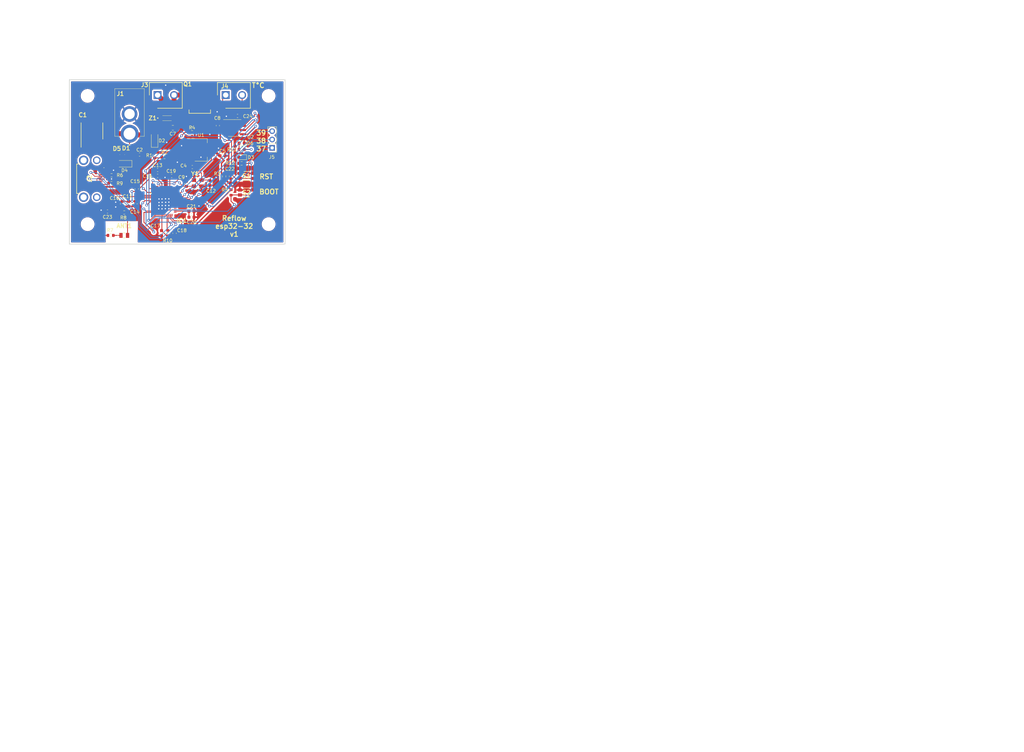
<source format=kicad_pcb>
(kicad_pcb (version 20211014) (generator pcbnew)
  (layers (0 "F.Cu" signal) (31 "B.Cu" signal) (34 "B.Paste" user) (35 "F.Paste" user) (36 "B.SilkS" user "B.Silkscreen") (37 "F.SilkS" user "F.Silkscreen") (38 "B.Mask" user) (39 "F.Mask" user) (44 "Edge.Cuts" user))
  (net 0 "")
  (net 1 "Net-(ANT1-Pad1)")
  (net 2 "Net-(ANT1-Pad2)")
  (net 3 "VCC")
  (net 4 "GND")
  (net 5 "Vin-D")
  (net 6 "+3V3")
  (net 7 "Net-(C7-Pad2)")
  (net 8 "XTAL_P")
  (net 9 "XTAL_N")
  (net 10 "Net-(IC1-Pad30)")
  (net 11 "EN")
  (net 12 "Net-(D1-Pad1)")
  (net 13 "Net-(D3-Pad2)")
  (net 14 "Net-(J2-PadA4)")
  (net 15 "Net-(D6-Pad2)")
  (net 16 "ANT")
  (net 17 "FLASH")
  (net 18 "VccDiv")
  (net 25 "led1")
  (net 26 "led2")
  (net 27 "heatGate")
  (net 32 "Net-(IC1-Pad24)")
  (net 33 "D-")
  (net 34 "D+")
  (net 43 "Net-(IC1-Pad37)")
  (net 44 "Net-(IC1-Pad38)")
  (net 45 "Net-(IC1-Pad39)")
  (net 46 "tempSCK")
  (net 47 "tempSO")
  (net 48 "tempCS")
  (net 57 "Net-(J2-PadA5)")
  (net 59 "Net-(J2-PadB5)")
  (net 65 "Net-(U2-Pad3)")
  (net 69 "Net-(J4-Pad2)")
  (footprint "library_manager:CAPAE660X770N" (layer "F.Cu") (at 20.32 30.48 90)
    (fp_text reference "C1")
    (fp_text value "865080545012" hide)
  )
  (footprint "library_manager:21088321" (layer "F.Cu") (at 30.1404 61.4172)
    (fp_text reference "ANT1")
    (fp_text value "2108832-1" hide)
  )
  (footprint "library_manager:PJ037B" (layer "F.Cu") (at 31.75 30.5 -90)
    (fp_text reference "J1")
    (fp_text value "PJ-037B" hide)
  )
  (footprint "Package_TO_SOT_SMD:SOT-223-3_TabPin2" (layer "F.Cu") (at 53.467 35.433)
    (fp_text reference "U1")
    (fp_text value "LD1117S33TR_SOT223")
  )
  (footprint "" (layer "F.Cu") (at 84.7852 17.0688)
    (fp_text reference "")
    (fp_text value "")
  )
  (footprint "Resistor_SMD:R_0603_1608Metric" (layer "F.Cu") (at 65.7982 35.306 180)
    (fp_text reference "R11")
    (fp_text value "2k")
  )
  (footprint "Connector_PinHeader_2.54mm:PinHeader_1x03_P2.54mm_Vertical" (layer "F.Cu") (at 75.0824 34.798 180)
    (fp_text reference "J5")
    (fp_text value "Conn_01x03_Male")
  )
  (footprint "Resistor_SMD:R_0603_1608Metric" (layer "F.Cu") (at 30.1366 54.4576 180)
    (fp_text reference "R8")
    (fp_text value "0R")
  )
  (footprint "Capacitor_SMD:C_0603_1608Metric" (layer "F.Cu") (at 49.022 45.707 -90)
    (fp_text reference "C9")
    (fp_text value "15pF")
  )
  (footprint "Diode_SMD:D_0603_1608Metric" (layer "F.Cu") (at 65.8115 37.6428 180)
    (fp_text reference "D3")
    (fp_text value "LED")
  )
  (footprint "Resistor_SMD:R_0603_1608Metric" (layer "F.Cu") (at 62.5856 48.3494 -90)
    (fp_text reference "R5")
    (fp_text value "10k")
  )
  (footprint "Capacitor_SMD:C_0603_1608Metric" (layer "F.Cu") (at 31.496 51.829 -90)
    (fp_text reference "C11")
    (fp_text value "1uF")
  )
  (footprint "Resistor_SMD:R_0603_1608Metric" (layer "F.Cu") (at 43.3832 60.7182 90)
    (fp_text reference "R10")
    (fp_text value "10k")
  )
  (footprint "library_manager:SHDR2W100P0X500_1X2_1000X780X1030P" (layer "F.Cu") (at 40.2628 18.7452)
    (fp_text reference "J3")
    (fp_text value "TB003-500-P02BE" hide)
  )
  (footprint "Capacitor_SMD:C_0603_1608Metric" (layer "F.Cu") (at 41.4528 60.719 -90)
    (fp_text reference "C17")
    (fp_text value "100nF")
  )
  (footprint "Capacitor_SMD:C_0603_1608Metric" (layer "F.Cu") (at 50.559 54.102)
    (fp_text reference "C21")
    (fp_text value "1uF")
  )
  (footprint "Capacitor_SMD:C_0603_1608Metric" (layer "F.Cu") (at 64.5538 25.0952)
    (fp_text reference "C24")
    (fp_text value "10nF")
  )
  (footprint "Diode_SMD:D_SOD-123" (layer "F.Cu") (at 39.37 32.385 90)
    (fp_text reference "D2")
    (fp_text value "D")
  )
  (footprint "library_manager:QFN40P700X700X90-57N-D" (layer "F.Cu") (at 42.164 51.816)
    (fp_text reference "IC1")
    (fp_text value "ESP32-S2FN4R2" hide)
  )
  (footprint "Resistor_SMD:R_0603_1608Metric" (layer "F.Cu") (at 25.9974 61.4172 180)
    (fp_text reference "R7")
    (fp_text value "0R")
  )
  (footprint "" (layer "F.Cu") (at 3.0124 62.55)
    (fp_text reference "")
    (fp_text value "")
  )
  (footprint "Resistor_SMD:R_0603_1608Metric" (layer "F.Cu") (at 42.355 37.592)
    (fp_text reference "R2")
    (fp_text value "1k")
  )
  (footprint "Capacitor_SMD:C_0603_1608Metric" (layer "F.Cu") (at 60.005 37.211)
    (fp_text reference "C5")
    (fp_text value "10uF")
  )
  (footprint "library_manager:SHDR2W100P0X500_1X2_1000X780X1030P" (layer "F.Cu") (at 60.96 18.7452)
    (fp_text reference "J4")
    (fp_text value "TB003-500-P02BE" hide)
  )
  (footprint "" (layer "F.Cu") (at 85.2932 61.8744)
    (fp_text reference "")
    (fp_text value "")
  )
  (footprint "Capacitor_SMD:C_0603_1608Metric" (layer "F.Cu") (at 34.785 36.83)
    (fp_text reference "C2")
    (fp_text value "100nF")
  )
  (footprint "Capacitor_SMD:C_0603_1608Metric" (layer "F.Cu") (at 56.134 45.466 -90)
    (fp_text reference "C12")
    (fp_text value "15pF")
  )
  (footprint "library_manager:BZT52C24E308" (layer "F.Cu") (at 43.1292 25.7556)
    (fp_text reference "Z1")
    (fp_text value "BZT52C24-E3-08" hide)
  )
  (footprint "library_manager:RKC2SJF170SMTRLFS" (layer "F.Cu") (at 67.278 43.3324)
    (fp_text reference "S1")
    (fp_text value "RKC2SJF170SMTR_LFS" hide)
  )
  (footprint "Resistor_SMD:R_0603_1608Metric" (layer "F.Cu") (at 60.5028 43.4726 90)
    (fp_text reference "R3")
    (fp_text value "10k")
  )
  (footprint "Capacitor_SMD:C_0603_1608Metric" (layer "F.Cu") (at 33.9344 47.2818 90)
    (fp_text reference "C15")
    (fp_text value "100nF")
  )
  (footprint "Capacitor_SMD:C_0603_1608Metric" (layer "F.Cu") (at 40.272 41.529)
    (fp_text reference "C13")
    (fp_text value "100pF")
  )
  (footprint "Package_SO:SOIC-8_3.9x4.9mm_P1.27mm" (layer "F.Cu") (at 63.7032 28.7528)
    (fp_text reference "U2")
    (fp_text value "MAX31855KASA")
  )
  (footprint "" (layer "F.Cu") (at 4.7244 14.0716)
    (fp_text reference "")
    (fp_text value "")
  )
  (footprint "library_manager:ESDL4151MX4T5G" (layer "F.Cu") (at 31.115 36.83)
    (fp_text reference "D1")
    (fp_text value "ESDL4151MX4T5G" hide)
  )
  (footprint "library_manager:ECS2501033BCKMTR" (layer "F.Cu") (at 52.458 45.532)
    (fp_text reference "Y1")
    (fp_text value "ECS-400-15-33B-CTN-TR" hide)
  )
  (footprint "Diode_SMD:D_SOD-123" (layer "F.Cu") (at 30.226 39.624 180)
    (fp_text reference "D4")
    (fp_text value "D")
  )
  (footprint "Resistor_SMD:R_0603_1608Metric" (layer "F.Cu") (at 26.225 45.5168 180)
    (fp_text reference "R9")
    (fp_text value "5k1")
  )
  (footprint "Capacitor_SMD:C_0603_1608Metric" (layer "F.Cu") (at 44.5386 43.3324 180)
    (fp_text reference "C19")
    (fp_text value "100nF")
  )
  (footprint "library_manager:ESDL4151MX4T5G" (layer "F.Cu") (at 27.94 36.83 180)
    (fp_text reference "D5")
    (fp_text value "ESDL4151MX4T5G" hide)
  )
  (footprint "Resistor_SMD:R_0603_1608Metric" (layer "F.Cu") (at 65.7982 39.5224 180)
    (fp_text reference "R12")
    (fp_text value "2k")
  )
  (footprint "Resistor_SMD:R_0603_1608Metric" (layer "F.Cu") (at 26.2758 43.1292 180)
    (fp_text reference "R6")
    (fp_text value "5k1")
  )
  (footprint "Capacitor_SMD:C_0805_2012Metric" (layer "F.Cu") (at 44.897 28.702)
    (fp_text reference "C7")
    (fp_text value "1nF")
  )
  (footprint "Capacitor_SMD:C_0603_1608Metric" (layer "F.Cu") (at 33.528 51.816 -90)
    (fp_text reference "C14")
    (fp_text value "100nF")
  )
  (footprint "Capacitor_SMD:C_0603_1608Metric" (layer "F.Cu") (at 29.464 51.829 -90)
    (fp_text reference "C10")
    (fp_text value "10uF")
  )
  (footprint "Capacitor_SMD:C_0603_1608Metric" (layer "F.Cu") (at 45.4152 60.7698 -90)
    (fp_text reference "C18")
    (fp_text value "100nF")
  )
  (footprint "Capacitor_SMD:C_0603_1608Metric" (layer "F.Cu") (at 50.559 55.88)
    (fp_text reference "C20")
    (fp_text value "100nF")
  )
  (footprint "Capacitor_SMD:C_0603_1608Metric" (layer "F.Cu") (at 58.5724 28.0286 90)
    (fp_text reference "C8")
    (fp_text value "100nF")
  )
  (footprint "library_manager:USB4520030A" (layer "F.Cu") (at 19.304 44.196 -90)
    (fp_text reference "J2")
    (fp_text value "USB4520-03-0-A" hide)
  )
  (footprint "Resistor_SMD:R_0603_1608Metric" (layer "F.Cu") (at 50.737 30.099)
    (fp_text reference "R4")
    (fp_text value "10k")
  )
  (footprint "Resistor_SMD:R_0603_1608Metric" (layer "F.Cu") (at 39.37 37.02 -90)
    (fp_text reference "R1")
    (fp_text value "4k7")
  )
  (footprint "Capacitor_SMD:C_0603_1608Metric" (layer "F.Cu") (at 62.5348 43.447 -90)
    (fp_text reference "C22")
    (fp_text value "100nF")
  )
  (footprint "Capacitor_SMD:C_0603_1608Metric" (layer "F.Cu") (at 40.272 43.307)
    (fp_text reference "C16")
    (fp_text value "1uF")
  )
  (footprint "Diode_SMD:D_0603_1608Metric" (layer "F.Cu") (at 65.8113 33.3756 180)
    (fp_text reference "D6")
    (fp_text value "LED")
  )
  (footprint "Capacitor_SMD:C_0603_1608Metric" (layer "F.Cu") (at 50.813 40.64)
    (fp_text reference "C4")
    (fp_text value "100nF")
  )
  (footprint "library_manager:RKC2SJF170SMTRLFS" (layer "F.Cu") (at 67.278 48.3616)
    (fp_text reference "S2")
    (fp_text value "RKC2SJF170SMTR_LFS" hide)
  )
  (footprint "Capacitor_SMD:C_0603_1608Metric" (layer "F.Cu") (at 25.0444 54.1528 180)
    (fp_text reference "C23")
    (fp_text value "?")
  )
  (footprint "library_manager:PJD25N06A_L2_00001" (layer "F.Cu") (at 53.086 21.229)
    (fp_text reference "Q1")
    (fp_text value "PJD25N06A_L2_00001" hide)
  )
  (gr_rect (start 13.462 14.0716) (end 78.994 64.0588) (layer "Edge.Cuts") (width 0.2) (fill none))
  (gr_text "BOOT" (at 74.1172 48.1584) (layer "F.SilkS") (effects (font (size 1.5 1.5) (thickness 0.3))))
  (gr_text "T°C" (at 70.8152 15.7988) (layer "F.SilkS") (effects (font (size 1.5 1.5) (thickness 0.3))))
  (gr_text "39\n38\n37" (at 71.7296 32.6644) (layer "F.SilkS") (effects (font (size 1.5 1.5) (thickness 0.3))))
  (gr_text "RST" (at 73.3044 43.5356) (layer "F.SilkS") (effects (font (size 1.5 1.5) (thickness 0.3))))
  (gr_text "Reflow\nesp32-32\nv1" (at 63.5508 58.6232) (layer "F.SilkS") (effects (font (size 1.5 1.5) (thickness 0.3))))
  (segment (start 29.1404 61.4172) (end 26.8224 61.4172) (width 0.25) (layer "F.Cu") (net 1))
  (segment (start 30.9616 54.4576) (end 31.1404 54.6364) (width 0.25) (layer "F.Cu") (net 2))
  (segment (start 31.1404 54.6364) (end 31.1404 61.4172) (width 0.25) (layer "F.Cu") (net 2))
  (segment (start 31.75 36.56) (end 31.48 36.83) (width 0.25) (layer "F.Cu") (net 3))
  (segment (start 41.403 28.702) (end 39.37 30.735) (width 1.524) (layer "F.Cu") (net 3))
  (segment (start 31.75 30.5) (end 27.92 30.5) (width 1.524) (layer "F.Cu") (net 3))
  (segment (start 41.4528 19.9352) (end 40.2628 18.7452) (width 1.524) (layer "F.Cu") (net 3))
  (segment (start 39.37 30.860009) (end 32.109994 30.860009) (width 1.524) (layer "F.Cu") (net 3))
  (segment (start 41.4528 28.6522) (end 41.4528 25.3492) (width 1.524) (layer "F.Cu") (net 3))
  (segment (start 31.48 36.83) (end 34.01 36.83) (width 0.25) (layer "F.Cu") (net 3))
  (segment (start 27.92 30.5) (end 25.39 33.03) (width 1.524) (layer "F.Cu") (net 3))
  (segment (start 25.39 33.03) (end 20.32 33.03) (width 1.524) (layer "F.Cu") (net 3))
  (segment (start 43.947 28.702) (end 41.403 28.702) (width 1.524) (layer "F.Cu") (net 3))
  (segment (start 41.403 28.702) (end 41.4528 28.6522) (width 1.524) (layer "F.Cu") (net 3))
  (segment (start 41.4528 25.3492) (end 41.4528 19.9352) (width 1.524) (layer "F.Cu") (net 3))
  (segment (start 31.75 30.5) (end 31.75 36.56) (width 0.25) (layer "F.Cu") (net 3))
  (segment (start 32.11 30.86) (end 31.75 30.5) (width 1.27) (layer "F.Cu") (net 3))
  (segment (start 53.608 46.482) (end 53.208 46.482) (width 0.25) (layer "F.Cu") (net 4))
  (segment (start 25.1724 61.4172) (end 23.7236 61.4172) (width 0.25) (layer "F.Cu") (net 4))
  (segment (start 63.0428 45.9232) (end 62.3824 45.2628) (width 0.25) (layer "F.Cu") (net 4))
  (segment (start 62.3824 44.2468) (end 62.5348 44.0944) (width 0.25) (layer "F.Cu") (net 4))
  (segment (start 53.208 46.482) (end 51.308 44.582) (width 0.25) (layer "F.Cu") (net 4))
  (segment (start 62.3824 45.2628) (end 62.3824 44.2468) (width 0.25) (layer "F.Cu") (net 4))
  (via (at 40.5892 53.34) (size 0.8) (drill 0.4) (layers "F.Cu" "B.Cu") (net 4))
  (via (at 61.1632 25.1968) (size 0.8) (drill 0.4) (layers "F.Cu" "B.Cu") (net 4))
  (via (at 42.7228 15.748) (size 0.8) (drill 0.4) (layers "F.Cu" "B.Cu") (net 4))
  (via (at 43.0276 33.1216) (size 0.8) (drill 0.4) (layers "F.Cu" "B.Cu") (net 4))
  (via (at 42.5196 43.7896) (size 0.8) (drill 0.4) (layers "F.Cu" "B.Cu") (net 4))
  (via (at 58.3692 23.8252) (size 0.8) (drill 0.4) (layers "F.Cu" "B.Cu") (net 4))
  (via (at 42.672 52.324) (size 0.8) (drill 0.4) (layers "F.Cu" "B.Cu") (net 4))
  (via (at 53.4416 37.6428) (size 0.8) (drill 0.4) (layers "F.Cu" "B.Cu") (net 4))
  (via (at 27.5336 51.308) (size 0.8) (drill 0.4) (layers "F.Cu" "B.Cu") (net 4))
  (via (at 41.656 52.324) (size 0.8) (drill 0.4) (layers "F.Cu" "B.Cu") (net 4))
  (via (at 43.688 50.292) (size 0.8) (drill 0.4) (layers "F.Cu" "B.Cu") (net 4))
  (via (at 46.2788 39.1668) (size 0.8) (drill 0.4) (layers "F.Cu" "B.Cu") (net 4))
  (via (at 27.5336 52.7812) (size 0.8) (drill 0.4) (layers "F.Cu" "B.Cu") (net 4))
  (via (at 58.7756 34.8996) (size 0.8) (drill 0.4) (layers "F.Cu" "B.Cu") (net 4))
  (via (at 47.5488 34.1376) (size 0.8) (drill 0.4) (layers "F.Cu" "B.Cu") (net 4))
  (via (at 41.6052 50.3428) (size 0.8) (drill 0.4) (layers "F.Cu" "B.Cu") (net 4))
  (via (at 42.672 50.292) (size 0.8) (drill 0.4) (layers "F.Cu" "B.Cu") (net 4))
  (via (at 52.832 52.4764) (size 0.8) (drill 0.4) (layers "F.Cu" "B.Cu") (net 4))
  (via (at 49.022 43.4848) (size 0.8) (drill 0.4) (layers "F.Cu" "B.Cu") (net 4))
  (via (at 41.656 51.3588) (size 0.8) (drill 0.4) (layers "F.Cu" "B.Cu") (net 4))
  (via (at 40.6908 51.4096) (size 0.8) (drill 0.4) (layers "F.Cu" "B.Cu") (net 4))
  (via (at 40.6908 50.3428) (size 0.8) (drill 0.4) (layers "F.Cu" "B.Cu") (net 4))
  (via (at 58.0644 43.7896) (size 0.8) (drill 0.4) (layers "F.Cu" "B.Cu") (net 4))
  (via (at 43.688 51.308) (size 0.8) (drill 0.4) (layers "F.Cu" "B.Cu") (net 4))
  (via (at 43.688 52.324) (size 0.8) (drill 0.4) (layers "F.Cu" "B.Cu") (net 4))
  (via (at 26.8732 41.6052) (size 0.8) (drill 0.4) (layers "F.Cu" "B.Cu") (net 4))
  (via (at 42.6212 53.2892) (size 0.8) (drill 0.4) (layers "F.Cu" "B.Cu") (net 4))
  (via (at 23.114 53.7464) (size 0.8) (drill 0.4) (layers "F.Cu" "B.Cu") (net 4))
  (via (at 41.6052 53.34) (size 0.8) (drill 0.4) (layers "F.Cu" "B.Cu") (net 4))
  (via (at 63.0428 45.9232) (size 0.8) (drill 0.4) (layers "F.Cu" "B.Cu") (net 4))
  (via (at 43.688 53.2892) (size 0.8) (drill 0.4) (layers "F.Cu" "B.Cu") (net 4))
  (via (at 42.7228 51.3588) (size 0.8) (drill 0.4) (layers "F.Cu" "B.Cu") (net 4))
  (via (at 40.6908 52.324) (size 0.8) (drill 0.4) (layers "F.Cu" "B.Cu") (net 4))
  (via (at 26.2636 44.2468) (size 0.8) (drill 0.4) (layers "F.Cu" "B.Cu") (net 4))
  (via (at 56.134 30.6832) (size 0.8) (drill 0.4) (layers "F.Cu" "B.Cu") (net 4))
  (segment (start 39.37 34.38273) (end 39.37 34.035) (width 0.508) (layer "F.Cu") (net 5))
  (segment (start 39.37 36.195) (end 47.0154 36.195) (width 0.762) (layer "F.Cu") (net 5))
  (segment (start 31.876 39.624) (end 34.12873 39.624) (width 0.508) (layer "F.Cu") (net 5))
  (segment (start 47.0154 36.195) (end 48.5534 37.733) (width 0.762) (layer "F.Cu") (net 5))
  (segment (start 34.12873 39.624) (end 39.37 34.38273) (width 0.508) (layer "F.Cu") (net 5))
  (segment (start 50.038 38.012) (end 50.317 37.733) (width 0.762) (layer "F.Cu") (net 5))
  (segment (start 39.37 34.035009) (end 39.37 36.195) (width 0.508) (layer "F.Cu") (net 5))
  (segment (start 48.5534 37.733) (end 50.317 37.733) (width 0.762) (layer "F.Cu") (net 5))
  (segment (start 50.038 40.64) (end 50.038 38.012) (width 0.762) (layer "F.Cu") (net 5))
  (segment (start 40.364 44.428) (end 40.364 44.174) (width 0.25) (layer "F.Cu") (net 6))
  (segment (start 61.2282 30.6578) (end 60.325 30.6578) (width 0.381) (layer "F.Cu") (net 6))
  (segment (start 32.4612 48.0568) (end 33.9344 48.0568) (width 0.25) (layer "F.Cu") (net 6))
  (segment (start 45.1036 43.3324) (end 43.964 44.472) (width 0.25) (layer "F.Cu") (net 6))
  (segment (start 58.903 33.147) (end 56.617 35.433) (width 0.762) (layer "F.Cu") (net 6))
  (segment (start 40.364 44.174) (end 39.497 43.307) (width 0.25) (layer "F.Cu") (net 6))
  (segment (start 50.115191 59.9948) (end 45.4152 59.9948) (width 0.381) (layer "F.Cu") (net 6))
  (segment (start 42.76148 40.78028) (end 40.24572 40.78028) (width 0.25) (layer "F.Cu") (net 6))
  (segment (start 34.553 50.016) (end 38.714 50.016) (width 0.25) (layer "F.Cu") (net 6))
  (segment (start 41.564 45.628) (end 40.364 44.428) (width 0.25) (layer "F.Cu") (net 6))
  (segment (start 33.9344 48.006) (end 33.9344 48.0568) (width 0.25) (layer "F.Cu") (net 6))
  (segment (start 56.617 38.379) (end 56.617 35.433) (width 0.25) (layer "F.Cu") (net 6))
  (segment (start 31.496 51.054) (end 29.464 51.054) (width 0.25) (layer "F.Cu") (net 6))
  (segment (start 59.68858 39.47302) (end 60.5028 38.6588) (width 0.381) (layer "F.Cu") (net 6))
  (segment (start 33.976 49.216) (end 33.976 48.0984) (width 0.25) (layer "F.Cu") (net 6))
  (segment (start 47.5996 56.9468) (end 47.5996 59.7916) (width 0.25) (layer "F.Cu") (net 6))
  (segment (start 40.364 47.3236) (end 40.2336 47.1932) (width 0.25) (layer "F.Cu") (net 6))
  (segment (start 43.3832 61.5432) (end 43.8668 61.5432) (width 0.25) (layer "F.Cu") (net 6))
  (segment (start 60.5028 38.6588) (end 59.055 37.211) (width 0.381) (layer "F.Cu") (net 6))
  (segment (start 41.564 48.366) (end 41.564 45.628) (width 0.25) (layer "F.Cu") (net 6))
  (segment (start 45.3136 43.3324) (end 42.76148 40.78028) (width 0.25) (layer "F.Cu") (net 6))
  (segment (start 37.6428 47.1932) (end 37.6428 43.434) (width 0.25) (layer "F.Cu") (net 6))
  (segment (start 57.277 35.433) (end 59.055 37.211) (width 0.762) (layer "F.Cu") (net 6))
  (segment (start 43.3832 61.5432) (end 43.052 61.5432) (width 0.25) (layer "F.Cu") (net 6))
  (segment (start 41.564 55.266) (end 41.564 59.8328) (width 0.25) (layer "F.Cu") (net 6))
  (segment (start 45.3136 42.3164) (end 45.3136 43.3324) (width 0.25) (layer "F.Cu") (net 6))
  (segment (start 39.497 43.307) (end 39.497 41.529) (width 0.25) (layer "F.Cu") (net 6))
  (segment (start 45.3698 56.9468) (end 47.5996 56.9468) (width 0.25) (layer "F.Cu") (net 6))
  (segment (start 53.1368 41.8592) (end 56.617 38.379) (width 0.25) (layer "F.Cu") (net 6))
  (segment (start 45.3136 43.3324) (end 45.1036 43.3324) (width 0.25) (layer "F.Cu") (net 6))
  (segment (start 32.525 51.041) (end 31.509 51.041) (width 0.25) (layer "F.Cu") (net 6))
  (segment (start 59.68858 45.00738) (end 59.68858 39.47302) (width 0.381) (layer "F.Cu") (net 6))
  (segment (start 37.6428 43.434) (end 37.6428 44.2976) (width 0.25) (layer "F.Cu") (net 6))
  (segment (start 41.402 59.944) (end 41.590289 59.755711) (width 0.25) (layer "F.Cu") (net 6))
  (segment (start 38.714 49.216) (end 33.976 49.216) (width 0.25) (layer "F.Cu") (net 6))
  (segment (start 37.6428 43.434) (end 37.7698 43.307) (width 0.25) (layer "F.Cu") (net 6))
  (segment (start 31.509 51.041) (end 31.496 51.054) (width 0.25) (layer "F.Cu") (net 6))
  (segment (start 59.309 33.147) (end 58.903 33.147) (width 0.762) (layer "F.Cu") (net 6))
  (segment (start 40.364 48.366) (end 40.364 47.3236) (width 0.25) (layer "F.Cu") (net 6))
  (segment (start 59.309 29.21) (end 59.309 29.6418) (width 0.381) (layer "F.Cu") (net 6))
  (segment (start 60.06858 45.00738) (end 60.06858 44.73182) (width 0.381) (layer "F.Cu") (net 6))
  (segment (start 33.976 48.0984) (end 33.9344 48.0568) (width 0.25) (layer "F.Cu") (net 6))
  (segment (start 60.06858 44.73182) (end 60.5028 44.2976) (width 0.381) (layer "F.Cu") (net 6))
  (segment (start 62.5856 47.524391) (end 50.115191 59.9948) (width 0.381) (layer "F.Cu") (net 6))
  (segment (start 45.7708 41.8592) (end 45.3136 42.3164) (width 0.25) (layer "F.Cu") (net 6))
  (segment (start 40.24572 40.78028) (end 39.497 41.529) (width 0.25) (layer "F.Cu") (net 6))
  (segment (start 60.325 30.6578) (end 59.309 29.6418) (width 0.381) (layer "F.Cu") (net 6))
  (segment (start 43.052 61.5432) (end 41.4528 59.944) (width 0.25) (layer "F.Cu") (net 6))
  (segment (start 59.79302 45.00738) (end 60.06858 45.00738) (width 0.381) (layer "F.Cu") (net 6))
  (segment (start 33.528 51.041) (end 32.525 51.041) (width 0.25) (layer "F.Cu") (net 6))
  (segment (start 45.7708 41.8592) (end 53.1368 41.8592) (width 0.25) (layer "F.Cu") (net 6))
  (segment (start 59.68858 45.00738) (end 59.79302 45.00738) (width 0.381) (layer "F.Cu") (net 6))
  (segment (start 41.564 59.8328) (end 41.4528 59.944) (width 0.25) (layer "F.Cu") (net 6))
  (segment (start 40.2336 47.1932) (end 37.6428 47.1932) (width 0.25) (layer "F.Cu") (net 6))
  (segment (start 37.6428 44.2976) (end 33.9344 48.006) (width 0.25) (layer "F.Cu") (net 6))
  (segment (start 47.5996 59.7916) (end 47.3964 59.9948) (width 0.25) (layer "F.Cu") (net 6))
  (segment (start 37.7698 43.307) (end 39.497 43.307) (width 0.25) (layer "F.Cu") (net 6))
  (segment (start 58.5978 29.21) (end 58.2168 28.829) (width 0.381) (layer "F.Cu") (net 6))
  (segment (start 60.06858 45.00738) (end 62.5856 47.5244) (width 0.381) (layer "F.Cu") (net 6))
  (segment (start 38.714 50.416) (end 38.714 50.016) (width 0.25) (layer "F.Cu") (net 6))
  (segment (start 33.528 51.041) (end 34.553 50.016) (width 0.25) (layer "F.Cu") (net 6))
  (segment (start 43.964 48.366) (end 43.964 44.472) (width 0.25) (layer "F.Cu") (net 6))
  (segment (start 56.617 35.433) (end 57.277 35.433) (width 0.762) (layer "F.Cu") (net 6))
  (segment (start 44.364 55.941) (end 45.3698 56.9468) (width 0.25) (layer "F.Cu") (net 6))
  (segment (start 59.309 29.21) (end 58.5978 29.21) (width 0.381) (layer "F.Cu") (net 6))
  (segment (start 59.309 29.6418) (end 59.309 33.147) (width 0.381) (layer "F.Cu") (net 6))
  (segment (start 56.617 35.433) (end 50.317 35.433) (width 0.762) (layer "F.Cu") (net 6))
  (segment (start 44.364 55.266) (end 44.364 55.941) (width 0.25) (layer "F.Cu") (net 6))
  (segment (start 43.8668 61.5432) (end 45.4152 59.9948) (width 0.25) (layer "F.Cu") (net 6))
  (via (at 32.4612 48.0568) (size 0.8) (drill 0.4) (layers "F.Cu" "B.Cu") (net 6))
  (via (at 32.525 51.041) (size 0.8) (drill 0.4) (layers "F.Cu" "B.Cu") (net 6))
  (segment (start 32.525 48.1206) (end 32.4612 48.0568) (width 0.25) (layer "B.Cu") (net 6))
  (segment (start 32.525 51.041) (end 32.525 48.1206) (width 0.25) (layer "B.Cu") (net 6))
  (segment (start 45.847 28.702) (end 45.847 25.4734) (width 1.27) (layer "F.Cu") (net 7))
  (segment (start 53.086 19.622) (end 48.878 19.622) (width 1.524) (layer "F.Cu") (net 7))
  (segment (start 48.0012 18.7452) (end 45.2628 18.7452) (width 1.524) (layer "F.Cu") (net 7))
  (segment (start 48.878 19.622) (end 48.0012 18.7452) (width 1.524) (layer "F.Cu") (net 7))
  (segment (start 45.847 25.4734) (end 45.2628 24.8892) (width 1.27) (layer "F.Cu") (net 7))
  (segment (start 45.5648 25.7556) (end 44.8042 25.7556) (width 1.27) (layer "F.Cu") (net 7))
  (segment (start 45.847 25.4734) (end 45.5648 25.7556) (width 1.27) (layer "F.Cu") (net 7))
  (segment (start 45.2628 18.7452) (end 45.2628 24.8892) (width 1.524) (layer "F.Cu") (net 7))
  (segment (start 38.7604 46.482) (end 38.7604 44.8564) (width 0.2) (layer "F.Cu") (net 8))
  (segment (start 40.764 46.9616) (end 40.2844 46.482) (width 0.2) (layer "F.Cu") (net 8))
  (segment (start 38.7604 44.8564) (end 38.862 44.7548) (width 0.2) (layer "F.Cu") (net 8))
  (segment (start 48.006 46.482) (end 46.99 45.466) (width 0.2) (layer "F.Cu") (net 8))
  (segment (start 51.308 46.482) (end 49.022 46.482) (width 0.2) (layer "F.Cu") (net 8))
  (segment (start 40.2844 46.482) (end 38.7604 46.482) (width 0.2) (layer "F.Cu") (net 8))
  (segment (start 49.022 46.482) (end 48.006 46.482) (width 0.2) (layer "F.Cu") (net 8))
  (segment (start 40.764 48.366) (end 40.764 46.9616) (width 0.2) (layer "F.Cu") (net 8))
  (via (at 38.862 44.7548) (size 0.8) (drill 0.4) (layers "F.Cu" "B.Cu") (net 8))
  (via (at 46.99 45.466) (size 0.8) (drill 0.4) (layers "F.Cu" "B.Cu") (net 8))
  (segment (start 46.595289 45.071289) (end 39.178489 45.071289) (width 0.2) (layer "B.Cu") (net 8))
  (segment (start 39.178489 45.071289) (end 38.862 44.7548) (width 0.2) (layer "B.Cu") (net 8))
  (segment (start 46.99 45.466) (end 46.595289 45.071289) (width 0.2) (layer "B.Cu") (net 8))
  (segment (start 45.2628 45.719989) (end 48.564789 42.418) (width 0.2) (layer "F.Cu") (net 9))
  (segment (start 53.608 42.432) (end 53.608 44.582) (width 0.2) (layer "F.Cu") (net 9))
  (segment (start 53.594 42.418) (end 53.608 42.432) (width 0.2) (layer "F.Cu") (net 9))
  (segment (start 41.164 46.4472) (end 40.4368 45.72) (width 0.2) (layer "F.Cu") (net 9))
  (segment (start 41.164 48.366) (end 41.164 46.4472) (width 0.2) (layer "F.Cu") (net 9))
  (segment (start 56.025 44.582) (end 53.608 44.582) (width 0.2) (layer "F.Cu") (net 9))
  (segment (start 56.134 44.691) (end 56.025 44.582) (width 0.2) (layer "F.Cu") (net 9))
  (segment (start 48.564789 42.418) (end 53.594 42.418) (width 0.2) (layer "F.Cu") (net 9))
  (via (at 40.4368 45.72) (size 0.8) (drill 0.4) (layers "F.Cu" "B.Cu") (net 9))
  (via (at 45.2628 45.719989) (size 0.8) (drill 0.4) (layers "F.Cu" "B.Cu") (net 9))
  (segment (start 45.2628 45.719989) (end 45.262789 45.72) (width 0.2) (layer "B.Cu") (net 9))
  (segment (start 45.262789 45.72) (end 40.4368 45.72) (width 0.2) (layer "B.Cu") (net 9))
  (segment (start 49.784 55.88) (end 49.784 54.102) (width 0.25) (layer "F.Cu") (net 10))
  (segment (start 49.724289 54.042289) (end 45.466 54.042289) (width 0.25) (layer "F.Cu") (net 10))
  (segment (start 62.5348 42.672) (end 60.5272 42.672) (width 0.25) (layer "F.Cu") (net 11))
  (segment (start 60.7568 32.5628) (end 62.5348 32.5628) (width 0.25) (layer "F.Cu") (net 11))
  (segment (start 62.738 32.766) (end 62.738 42.4688) (width 0.25) (layer "F.Cu") (net 11))
  (segment (start 65.278 44.0944) (end 63.9572 44.0944) (width 0.25) (layer "F.Cu") (net 11))
  (segment (start 65.278 44.0944) (end 69.278 44.0944) (width 0.25) (layer "F.Cu") (net 11))
  (segment (start 60.5272 42.672) (end 60.5028 42.6476) (width 0.25) (layer "F.Cu") (net 11))
  (segment (start 62.5348 32.5628) (end 62.738 32.766) (width 0.25) (layer "F.Cu") (net 11))
  (segment (start 63.9572 44.0944) (end 62.5348 42.672) (width 0.25) (layer "F.Cu") (net 11))
  (segment (start 37.19 48.366) (end 35.9664 47.1424) (width 0.25) (layer "F.Cu") (net 11))
  (segment (start 62.738 42.4688) (end 62.5348 42.672) (width 0.25) (layer "F.Cu") (net 11))
  (segment (start 39.564 48.366) (end 37.19 48.366) (width 0.25) (layer "F.Cu") (net 11))
  (via (at 35.9664 47.1424) (size 0.8) (drill 0.4) (layers "F.Cu" "B.Cu") (net 11))
  (via (at 60.7568 32.5628) (size 0.8) (drill 0.4) (layers "F.Cu" "B.Cu") (net 11))
  (segment (start 47.3964 29.5148) (end 47.3964 29.7688) (width 0.25) (layer "B.Cu") (net 11))
  (segment (start 49.238511 31.356911) (end 47.3964 29.5148) (width 0.25) (layer "B.Cu") (net 11))
  (segment (start 60.7568 32.5628) (end 59.550911 31.356911) (width 0.25) (layer "B.Cu") (net 11))
  (segment (start 59.550911 31.356911) (end 49.238511 31.356911) (width 0.25) (layer "B.Cu") (net 11))
  (segment (start 47.3964 29.7688) (end 35.6108 41.5544) (width 0.25) (layer "B.Cu") (net 11))
  (segment (start 35.6108 41.5544) (end 35.6108 47.4472) (width 0.25) (layer "B.Cu") (net 11))
  (segment (start 30.75 36.83) (end 28.305 36.83) (width 0.25) (layer "F.Cu") (net 12))
  (segment (start 65.024 39.4716) (end 64.9732 39.5224) (width 0.25) (layer "F.Cu") (net 13))
  (segment (start 65.024 37.6428) (end 65.024 39.4716) (width 0.25) (layer "F.Cu") (net 13))
  (segment (start 28.576 39.624) (end 28.576 46.5064) (width 0.508) (layer "F.Cu") (net 14))
  (segment (start 27.306 39.624) (end 28.576 39.624) (width 0.508) (layer "F.Cu") (net 14))
  (segment (start 25.087511 41.842489) (end 27.306 39.624) (width 0.508) (layer "F.Cu") (net 14))
  (segment (start 23.032511 41.842489) (end 25.087511 41.842489) (width 0.508) (layer "F.Cu") (net 14))
  (segment (start 28.439911 46.642489) (end 22.929 46.642489) (width 0.508) (layer "F.Cu") (net 14))
  (segment (start 28.576 46.5064) (end 28.439911 46.642489) (width 0.508) (layer "F.Cu") (net 14))
  (segment (start 65.0238 33.3756) (end 65.0238 35.2554) (width 0.25) (layer "F.Cu") (net 15))
  (segment (start 65.0238 35.2554) (end 64.9732 35.306) (width 0.25) (layer "F.Cu") (net 15))
  (segment (start 29.3116 54.4576) (end 25.8572 54.4576) (width 0.25) (layer "F.Cu") (net 16))
  (segment (start 29.706104 49.6316) (end 25.7556 49.6316) (width 0.25) (layer "F.Cu") (net 16))
  (segment (start 38.714 49.616) (end 29.721704 49.616) (width 0.25) (layer "F.Cu") (net 16))
  (segment (start 29.721704 49.616) (end 29.706104 49.6316) (width 0.25) (layer "F.Cu") (net 16))
  (segment (start 25.8572 54.4576) (end 25.7556 54.356) (width 0.25) (layer "F.Cu") (net 16))
  (segment (start 25.7556 54.356) (end 25.7556 49.6316) (width 0.25) (layer "F.Cu") (net 16))
  (segment (start 62.5856 49.1744) (end 62.5856 51.0032) (width 0.25) (layer "F.Cu") (net 17))
  (segment (start 36.4584 50.816) (end 35.7632 51.5112) (width 0.25) (layer "F.Cu") (net 17))
  (segment (start 38.714 50.816) (end 36.4584 50.816) (width 0.25) (layer "F.Cu") (net 17))
  (segment (start 65.278 49.1236) (end 69.278 49.1236) (width 0.25) (layer "F.Cu") (net 17))
  (segment (start 62.5856 51.0032) (end 63.6016 52.0192) (width 0.25) (layer "F.Cu") (net 17))
  (segment (start 62.6364 49.1236) (end 65.278 49.1236) (width 0.25) (layer "F.Cu") (net 17))
  (segment (start 62.5856 49.1744) (end 62.6364 49.1236) (width 0.25) (layer "F.Cu") (net 17))
  (via (at 35.7632 51.5112) (size 0.8) (drill 0.4) (layers "F.Cu" "B.Cu") (net 17))
  (via (at 63.6016 52.0192) (size 0.8) (drill 0.4) (layers "F.Cu" "B.Cu") (net 17))
  (segment (start 37.0586 59.9186) (end 40.7924 56.1848) (width 0.25) (layer "B.Cu") (net 17))
  (segment (start 61.556289 54.064511) (end 63.6016 52.0192) (width 0.25) (layer "B.Cu") (net 17))
  (segment (start 35.419689 58.279689) (end 37.0586 59.9186) (width 0.25) (layer "B.Cu") (net 17))
  (segment (start 35.7632 51.5112) (end 35.419689 51.854711) (width 0.25) (layer "B.Cu") (net 17))
  (segment (start 48.145089 54.064511) (end 61.556289 54.064511) (width 0.25) (layer "B.Cu") (net 17))
  (segment (start 46.0248 56.1848) (end 48.145089 54.064511) (width 0.25) (layer "B.Cu") (net 17))
  (segment (start 35.419689 51.854711) (end 35.419689 58.279689) (width 0.25) (layer "B.Cu") (net 17))
  (segment (start 40.7924 56.1848) (end 46.0248 56.1848) (width 0.25) (layer "B.Cu") (net 17))
  (segment (start 39.37 38.9636) (end 36.5252 41.8084) (width 0.25) (layer "F.Cu") (net 18))
  (segment (start 39.37 37.845) (end 39.37 38.9636) (width 0.25) (layer "F.Cu") (net 18))
  (segment (start 36.9316 52.2224) (end 37.938 51.216) (width 0.25) (layer "F.Cu") (net 18))
  (segment (start 41.277 37.845) (end 41.53 37.592) (width 0.25) (layer "F.Cu") (net 18))
  (segment (start 39.37 37.845) (end 41.277 37.845) (width 0.25) (layer "F.Cu") (net 18))
  (segment (start 37.938 51.216) (end 38.714 51.216) (width 0.25) (layer "F.Cu") (net 18))
  (via (at 36.9316 52.2224) (size 0.8) (drill 0.4) (layers "F.Cu" "B.Cu") (net 18))
  (via (at 36.5252 41.8084) (size 0.8) (drill 0.4) (layers "F.Cu" "B.Cu") (net 18))
  (segment (start 36.9316 42.2148) (end 36.9316 52.2224) (width 0.25) (layer "B.Cu") (net 18))
  (segment (start 36.5252 41.8084) (end 36.9316 42.2148) (width 0.25) (layer "B.Cu") (net 18))
  (segment (start 66.6232 35.306) (end 68.6816 35.306) (width 0.25) (layer "F.Cu") (net 25))
  (segment (start 36.744 54.016) (end 36.0934 53.3654) (width 0.25) (layer "F.Cu") (net 25))
  (segment (start 38.714 54.016) (end 36.744 54.016) (width 0.25) (layer "F.Cu") (net 25))
  (segment (start 68.6816 35.306) (end 68.7324 35.2552) (width 0.25) (layer "F.Cu") (net 25))
  (via (at 68.7324 35.2552) (size 0.8) (drill 0.4) (layers "F.Cu" "B.Cu") (net 25))
  (via (at 36.0934 53.3654) (size 0.8) (drill 0.4) (layers "F.Cu" "B.Cu") (net 25))
  (segment (start 53.555628 53.6448) (end 44.6024 53.6448) (width 0.25) (layer "B.Cu") (net 25))
  (segment (start 66.7512 35.2552) (end 64.3636 37.6428) (width 0.25) (layer "B.Cu") (net 25))
  (segment (start 36.765889 58.457489) (end 36.765889 54.037889) (width 0.25) (layer "B.Cu") (net 25))
  (segment (start 64.3636 42.836828) (end 53.555628 53.6448) (width 0.25) (layer "B.Cu") (net 25))
  (segment (start 42.46112 55.78608) (end 39.56552 55.78608) (width 0.25) (layer "B.Cu") (net 25))
  (segment (start 36.83 58.5216) (end 36.765889 58.457489) (width 0.25) (layer "B.Cu") (net 25))
  (segment (start 44.6024 53.6448) (end 42.46112 55.78608) (width 0.25) (layer "B.Cu") (net 25))
  (segment (start 64.3636 37.6428) (end 64.3636 42.836828) (width 0.25) (layer "B.Cu") (net 25))
  (segment (start 36.765889 54.037889) (end 36.0934 53.3654) (width 0.25) (layer "B.Cu") (net 25))
  (segment (start 39.56552 55.78608) (end 36.83 58.5216) (width 0.25) (layer "B.Cu") (net 25))
  (segment (start 68.7324 35.2552) (end 66.7512 35.2552) (width 0.25) (layer "B.Cu") (net 25))
  (segment (start 36.1188 54.4068) (end 36.1188 57.404) (width 0.25) (layer "F.Cu") (net 26))
  (segment (start 38.714 54.416) (end 36.5668 54.416) (width 0.25) (layer "F.Cu") (net 26))
  (segment (start 66.6232 39.5224) (end 68.6308 39.5224) (width 0.25) (layer "F.Cu") (net 26))
  (segment (start 68.6308 39.5224) (end 68.7324 39.4208) (width 0.25) (layer "F.Cu") (net 26))
  (segment (start 36.1188 57.404) (end 39.116 60.4012) (width 0.25) (layer "F.Cu") (net 26))
  (segment (start 36.5576 54.4068) (end 36.1188 54.4068) (width 0.25) (layer "F.Cu") (net 26))
  (segment (start 36.5668 54.416) (end 36.5576 54.4068) (width 0.25) (layer "F.Cu") (net 26))
  (via (at 39.116 60.4012) (size 0.8) (drill 0.4) (layers "F.Cu" "B.Cu") (net 26))
  (via (at 68.7324 39.4208) (size 0.8) (drill 0.4) (layers "F.Cu" "B.Cu") (net 26))
  (segment (start 40.246911 57.390689) (end 38.4556 59.182) (width 0.25) (layer "B.Cu") (net 26))
  (segment (start 59.182883 57.390689) (end 40.246911 57.390689) (width 0.25) (layer "B.Cu") (net 26))
  (segment (start 68.7324 39.4208) (end 68.7324 47.841172) (width 0.25) (layer "B.Cu") (net 26))
  (segment (start 39.116 60.4012) (end 39.116 59.8424) (width 0.25) (layer "B.Cu") (net 26))
  (segment (start 68.7324 47.841172) (end 59.182883 57.390689) (width 0.25) (layer "B.Cu") (net 26))
  (segment (start 39.116 59.8424) (end 38.4556 59.182) (width 0.25) (layer "B.Cu") (net 26))
  (segment (start 48.5394 30.099) (end 47.498 31.1404) (width 0.25) (layer "F.Cu") (net 27))
  (segment (start 49.912 30.099) (end 50.796 29.215) (width 0.25) (layer "F.Cu") (net 27))
  (segment (start 49.912 30.099) (end 48.5394 30.099) (width 0.25) (layer "F.Cu") (net 27))
  (segment (start 50.796 29.215) (end 50.796 26.221) (width 0.25) (layer "F.Cu") (net 27))
  (segment (start 37.4396 56.8452) (end 37.9848 56.8452) (width 0.25) (layer "F.Cu") (net 27))
  (segment (start 37.9848 56.8452) (end 39.564 55.266) (width 0.25) (layer "F.Cu") (net 27))
  (via (at 47.498 31.1404) (size 0.8) (drill 0.4) (layers "F.Cu" "B.Cu") (net 27))
  (via (at 37.4396 56.8452) (size 0.8) (drill 0.4) (layers "F.Cu" "B.Cu") (net 27))
  (segment (start 37.6936 56.8452) (end 37.4396 56.8452) (width 0.25) (layer "B.Cu") (net 27))
  (segment (start 37.6428 56.388) (end 37.8968 56.642) (width 0.25) (layer "B.Cu") (net 27))
  (segment (start 47.498 31.1404) (end 37.6428 40.9956) (width 0.25) (layer "B.Cu") (net 27))
  (segment (start 37.6428 40.9956) (end 37.6428 56.388) (width 0.25) (layer "B.Cu") (net 27))
  (segment (start 37.8968 56.642) (end 37.6936 56.8452) (width 0.25) (layer "B.Cu") (net 27))
  (segment (start 43.164 59.674) (end 43.3832 59.8932) (width 0.25) (layer "F.Cu") (net 32))
  (segment (start 43.164 55.266) (end 43.164 59.674) (width 0.25) (layer "F.Cu") (net 32))
  (segment (start 43.53772 55.29228) (end 43.564 55.266) (width 0.2) (layer "F.Cu") (net 33))
  (segment (start 23.728022 43.446) (end 24.003 43.720978) (width 0.2) (layer "F.Cu") (net 33))
  (segment (start 22.929 43.446) (end 23.728022 43.446) (width 0.2) (layer "F.Cu") (net 33))
  (segment (start 24.003 43.720978) (end 24.003 44.45) (width 0.2) (layer "F.Cu") (net 33))
  (segment (start 44.45 58.1152) (end 43.53772 57.20292) (width 0.2) (layer "F.Cu") (net 33))
  (segment (start 22.929 43.446) (end 21.1448 43.446) (width 0.2) (layer "F.Cu") (net 33))
  (segment (start 21.1448 43.446) (end 19.9644 42.2656) (width 0.2) (layer "F.Cu") (net 33))
  (segment (start 24.003 44.45) (end 23.999 44.446) (width 0.2) (layer "F.Cu") (net 33))
  (segment (start 23.999 44.446) (end 22.929 44.446) (width 0.2) (layer "F.Cu") (net 33))
  (segment (start 43.53772 57.20292) (end 43.53772 55.29228) (width 0.2) (layer "F.Cu") (net 33))
  (via (at 44.45 58.1152) (size 0.8) (drill 0.4) (layers "F.Cu" "B.Cu") (net 33))
  (via (at 19.9644 42.2656) (size 0.8) (drill 0.4) (layers "F.Cu" "B.Cu") (net 33))
  (segment (start 44.45 58.1152) (end 40.7924 61.7728) (width 0.2) (layer "B.Cu") (net 33))
  (segment (start 34.8996 55.4736) (end 21.6916 42.2656) (width 0.2) (layer "B.Cu") (net 33))
  (segment (start 21.6916 42.2656) (end 19.9644 42.2656) (width 0.2) (layer "B.Cu") (net 33))
  (segment (start 40.7924 61.7728) (end 38.38428 61.7728) (width 0.2) (layer "B.Cu") (net 33))
  (segment (start 34.8996 58.28812) (end 34.8996 55.4736) (width 0.2) (layer "B.Cu") (net 33))
  (segment (start 38.38428 61.7728) (end 34.8996 58.28812) (width 0.2) (layer "B.Cu") (net 33))
  (segment (start 21.844 44.958) (end 21.856 44.946) (width 0.2) (layer "F.Cu") (net 34))
  (segment (start 22.929 43.946) (end 22.129978 43.946) (width 0.2) (layer "F.Cu") (net 34))
  (segment (start 21.844 44.231978) (end 21.844 44.958) (width 0.2) (layer "F.Cu") (net 34))
  (segment (start 43.964 56.2068) (end 45.8216 58.0644) (width 0.2) (layer "F.Cu") (net 34))
  (segment (start 43.964 55.266) (end 43.964 56.2068) (width 0.2) (layer "F.Cu") (net 34))
  (segment (start 20.32 44.958) (end 19.558 44.196) (width 0.2) (layer "F.Cu") (net 34))
  (segment (start 21.844 44.958) (end 20.32 44.958) (width 0.2) (layer "F.Cu") (net 34))
  (segment (start 22.129978 43.946) (end 21.844 44.231978) (width 0.2) (layer "F.Cu") (net 34))
  (segment (start 21.856 44.946) (end 22.929 44.946) (width 0.2) (layer "F.Cu") (net 34))
  (via (at 45.8216 58.0644) (size 0.8) (drill 0.4) (layers "F.Cu" "B.Cu") (net 34))
  (via (at 19.558 44.196) (size 0.8) (drill 0.4) (layers "F.Cu" "B.Cu") (net 34))
  (segment (start 40.9448 62.3316) (end 37.9984 62.3316) (width 0.2) (layer "B.Cu") (net 34))
  (segment (start 34.3916 58.7248) (end 34.3916 55.626) (width 0.2) (layer "B.Cu") (net 34))
  (segment (start 22.9616 44.196) (end 19.558 44.196) (width 0.2) (layer "B.Cu") (net 34))
  (segment (start 41.2496 62.6364) (end 40.9448 62.3316) (width 0.2) (layer "B.Cu") (net 34))
  (segment (start 34.3916 55.626) (end 22.9616 44.196) (width 0.2) (layer "B.Cu") (net 34))
  (segment (start 37.9984 62.3316) (end 34.3916 58.7248) (width 0.2) (layer "B.Cu") (net 34))
  (segment (start 45.8216 58.0644) (end 41.2496 62.6364) (width 0.2) (layer "B.Cu") (net 34))
  (segment (start 54.7212 51.216) (end 45.614 51.216) (width 0.25) (layer "F.Cu") (net 43))
  (segment (start 56.0324 52.5272) (end 54.7212 51.216) (width 0.25) (layer "F.Cu") (net 43))
  (via (at 56.0324 52.5272) (size 0.8) (drill 0.4) (layers "F.Cu" "B.Cu") (net 43))
  (segment (start 67.8688 42.1132) (end 67.8688 39.331628) (width 0.25) (layer "B.Cu") (net 43))
  (segment (start 67.8688 39.331628) (end 72.402428 34.798) (width 0.25) (layer "B.Cu") (net 43))
  (segment (start 57.4548 52.5272) (end 67.8688 42.1132) (width 0.25) (layer "B.Cu") (net 43))
  (segment (start 72.402428 34.798) (end 75.0824 34.798) (width 0.25) (layer "B.Cu") (net 43))
  (segment (start 56.0324 52.5272) (end 57.4548 52.5272) (width 0.25) (layer "B.Cu") (net 43))
  (segment (start 45.614 50.816) (end 50.9364 50.816) (width 0.25) (layer "F.Cu") (net 44))
  (segment (start 50.9364 50.816) (end 52.832 48.9204) (width 0.25) (layer "F.Cu") (net 44))
  (via (at 52.832 48.9204) (size 0.8) (drill 0.4) (layers "F.Cu" "B.Cu") (net 44))
  (segment (start 69.133724 32.3088) (end 58.738111 42.704413) (width 0.25) (layer "B.Cu") (net 44))
  (segment (start 75.0316 32.3088) (end 69.133724 32.3088) (width 0.25) (layer "B.Cu") (net 44))
  (segment (start 54.0512 48.9204) (end 52.832 48.9204) (width 0.25) (layer "B.Cu") (net 44))
  (segment (start 58.738111 44.233489) (end 54.0512 48.9204) (width 0.25) (layer "B.Cu") (net 44))
  (segment (start 75.0824 32.258) (end 75.0316 32.3088) (width 0.25) (layer "B.Cu") (net 44))
  (segment (start 58.738111 42.704413) (end 58.738111 44.233489) (width 0.25) (layer "B.Cu") (net 44))
  (segment (start 50.0156 50.416) (end 50.5968 49.8348) (width 0.25) (layer "F.Cu") (net 45))
  (segment (start 45.614 50.416) (end 50.0156 50.416) (width 0.25) (layer "F.Cu") (net 45))
  (via (at 50.5968 49.8348) (size 0.8) (drill 0.4) (layers "F.Cu" "B.Cu") (net 45))
  (segment (start 75.0316 29.7688) (end 70.6628 29.7688) (width 0.25) (layer "B.Cu") (net 45))
  (segment (start 75.0824 29.718) (end 75.0316 29.7688) (width 0.25) (layer "B.Cu") (net 45))
  (segment (start 70.6628 29.7688) (end 50.5968 49.8348) (width 0.25) (layer "B.Cu") (net 45))
  (segment (start 49.1964 50.016) (end 49.6316 49.5808) (width 0.25) (layer "F.Cu") (net 46))
  (segment (start 45.614 50.016) (end 49.1964 50.016) (width 0.25) (layer "F.Cu") (net 46))
  (segment (start 67.6402 30.6578) (end 66.1782 30.6578) (width 0.25) (layer "F.Cu") (net 46))
  (segment (start 70.104 28.194) (end 67.6402 30.6578) (width 0.25) (layer "F.Cu") (net 46))
  (via (at 49.6316 49.5808) (size 0.8) (drill 0.4) (layers "F.Cu" "B.Cu") (net 46))
  (via (at 70.104 28.194) (size 0.8) (drill 0.4) (layers "F.Cu" "B.Cu") (net 46))
  (segment (start 49.6316 49.5808) (end 49.6316 48.9204) (width 0.25) (layer "B.Cu") (net 46))
  (segment (start 70.104 28.448) (end 70.104 28.194) (width 0.25) (layer "B.Cu") (net 46))
  (segment (start 49.6316 48.9204) (end 70.104 28.448) (width 0.25) (layer "B.Cu") (net 46))
  (segment (start 47.92 49.616) (end 48.514 49.022) (width 0.25) (layer "F.Cu") (net 47))
  (segment (start 69.85 24.75023) (end 66.48243 28.1178) (width 0.25) (layer "F.Cu") (net 47))
  (segment (start 45.614 49.616) (end 47.92 49.616) (width 0.25) (layer "F.Cu") (net 47))
  (segment (start 69.85 24.2316) (end 69.85 24.75023) (width 0.25) (layer "F.Cu") (net 47))
  (segment (start 66.48243 28.1178) (end 66.1782 28.1178) (width 0.25) (layer "F.Cu") (net 47))
  (via (at 48.514 49.022) (size 0.8) (drill 0.4) (layers "F.Cu" "B.Cu") (net 47))
  (via (at 69.85 24.2316) (size 0.8) (drill 0.4) (layers "F.Cu" "B.Cu") (net 47))
  (segment (start 63.8048 33.464772) (end 70.701511 26.568061) (width 0.25) (layer "B.Cu") (net 47))
  (segment (start 48.514 49.022) (end 63.8048 33.7312) (width 0.25) (layer "B.Cu") (net 47))
  (segment (start 63.8048 33.7312) (end 63.8048 33.464772) (width 0.25) (layer "B.Cu") (net 47))
  (segment (start 70.701511 25.083111) (end 69.85 24.2316) (width 0.25) (layer "B.Cu") (net 47))
  (segment (start 70.701511 26.568061) (end 70.701511 25.083111) (width 0.25) (layer "B.Cu") (net 47))
  (segment (start 70.0278 26.289) (end 66.929 29.3878) (width 0.25) (layer "F.Cu") (net 48))
  (segment (start 66.929 29.3878) (end 66.1782 29.3878) (width 0.25) (layer "F.Cu") (net 48))
  (segment (start 46.4912 49.216) (end 47.8028 47.9044) (width 0.25) (layer "F.Cu") (net 48))
  (segment (start 45.614 49.216) (end 46.4912 49.216) (width 0.25) (layer "F.Cu") (net 48))
  (via (at 47.8028 47.9044) (size 0.8) (drill 0.4) (layers "F.Cu" "B.Cu") (net 48))
  (via (at 70.0278 26.289) (size 0.8) (drill 0.4) (layers "F.Cu" "B.Cu") (net 48))
  (segment (start 47.8028 47.9044) (end 47.8028 47.612028) (width 0.25) (layer "B.Cu") (net 48))
  (segment (start 69.125828 26.289) (end 70.0278 26.289) (width 0.25) (layer "B.Cu") (net 48))
  (segment (start 47.8028 47.612028) (end 69.125828 26.289) (width 0.25) (layer "B.Cu") (net 48))
  (segment (start 25.2676 42.946) (end 22.929 42.946) (width 0.25) (layer "F.Cu") (net 57))
  (segment (start 25.4508 43.1292) (end 25.2676 42.946) (width 0.25) (layer "F.Cu") (net 57))
  (segment (start 24.9708 45.946) (end 25.4 45.5168) (width 0.25) (layer "F.Cu") (net 59))
  (segment (start 22.929 45.946) (end 24.9708 45.946) (width 0.25) (layer "F.Cu") (net 59))
  (segment (start 63.7788 25.0952) (end 63.22 25.0952) (width 0.25) (layer "F.Cu") (net 65))
  (segment (start 60.03028 23.94212) (end 60.03028 26.47149) (width 0.25) (layer "F.Cu") (net 65))
  (segment (start 60.03028 19.67492) (end 60.03028 23.94212) (width 0.25) (layer "F.Cu") (net 65))
  (segment (start 62.0008 23.876) (end 60.0964 23.876) (width 0.25) (layer "F.Cu") (net 65))
  (segment (start 60.03028 26.47149) (end 59.97948 26.52229) (width 0.25) (layer "F.Cu") (net 65))
  (segment (start 60.96 18.7452) (end 60.03028 19.67492) (width 0.25) (layer "F.Cu") (net 65))
  (segment (start 60.92397 29.3878) (end 61.2282 29.3878) (width 0.25) (layer "F.Cu") (net 65))
  (segment (start 63.22 25.0952) (end 62.0008 23.876) (width 0.25) (layer "F.Cu") (net 65))
  (segment (start 60.0964 23.876) (end 60.03028 23.94212) (width 0.25) (layer "F.Cu") (net 65))
  (segment (start 59.97948 26.52229) (end 59.97948 28.44331) (width 0.25) (layer "F.Cu") (net 65))
  (segment (start 59.97948 28.44331) (end 60.92397 29.3878) (width 0.25) (layer "F.Cu") (net 65))
  (segment (start 65.96 24.464) (end 65.96 23.9052) (width 0.25) (layer "F.Cu") (net 69))
  (segment (start 62.3062 28.1178) (end 65.3288 25.0952) (width 0.25) (layer "F.Cu") (net 69))
  (segment (start 65.3288 25.0952) (end 65.96 24.464) (width 0.25) (layer "F.Cu") (net 69))
  (segment (start 61.2282 28.1178) (end 62.3062 28.1178) (width 0.25) (layer "F.Cu") (net 69))
  (segment (start 65.96 18.7452) (end 65.96 23.9052) (width 0.25) (layer "F.Cu") (net 69))
  (zone (net 0) (net_name "") (layers F&B.Cu) (name "antenna keep out") (connect_pads (clearance 0)) (min_thickness 0.254)
    (keepout (tracks allowed) (vias allowed) (pads allowed) (copperpour not_allowed) (footprints allowed))
    (fill (thermal_gap 0.508) (thermal_bridge_width 0.508))
    (polygon (pts (xy 24.4348 57.0484) (xy 34.29 57.0484) (xy 34.2392 63.5508) (xy 24.4856 63.6016)))
  )
  (zone (net 4) (net_name "GND") (layers F&B.Cu) (connect_pads (clearance 0.508)) (min_thickness 0.254) (fill yes (thermal_gap 0.508) (thermal_bridge_width 0.508))
    (polygon (pts (xy 303.53 218.44) (xy -5.08 218.44) (xy -7.62 -10.16) (xy 303.53 -10.16)))
  )
)
</source>
